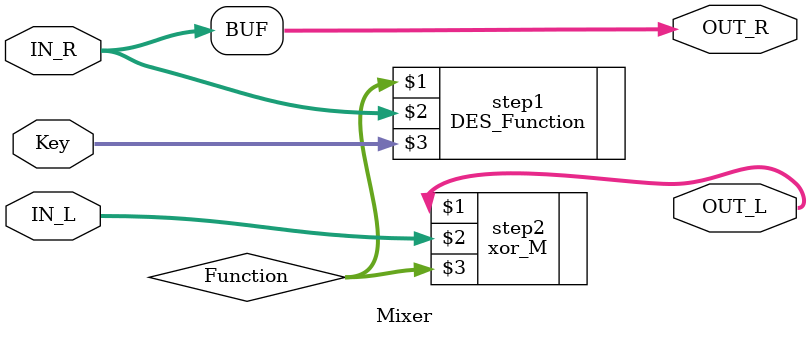
<source format=v>
`timescale 1ns / 1ps

module Mixer(
    output [1:32] OUT_L,
    output [1:32] OUT_R,
    input [1:32] IN_L,
    input [1:32] IN_R,
    input [1:48] Key
    );
   wire [1:32] Function;
   DES_Function step1(Function,IN_R,Key);
   //assign OUT_L = IN_L^Function;
   xor_M step2(OUT_L,IN_L,Function);
   assign OUT_R = IN_R;
    
endmodule

</source>
